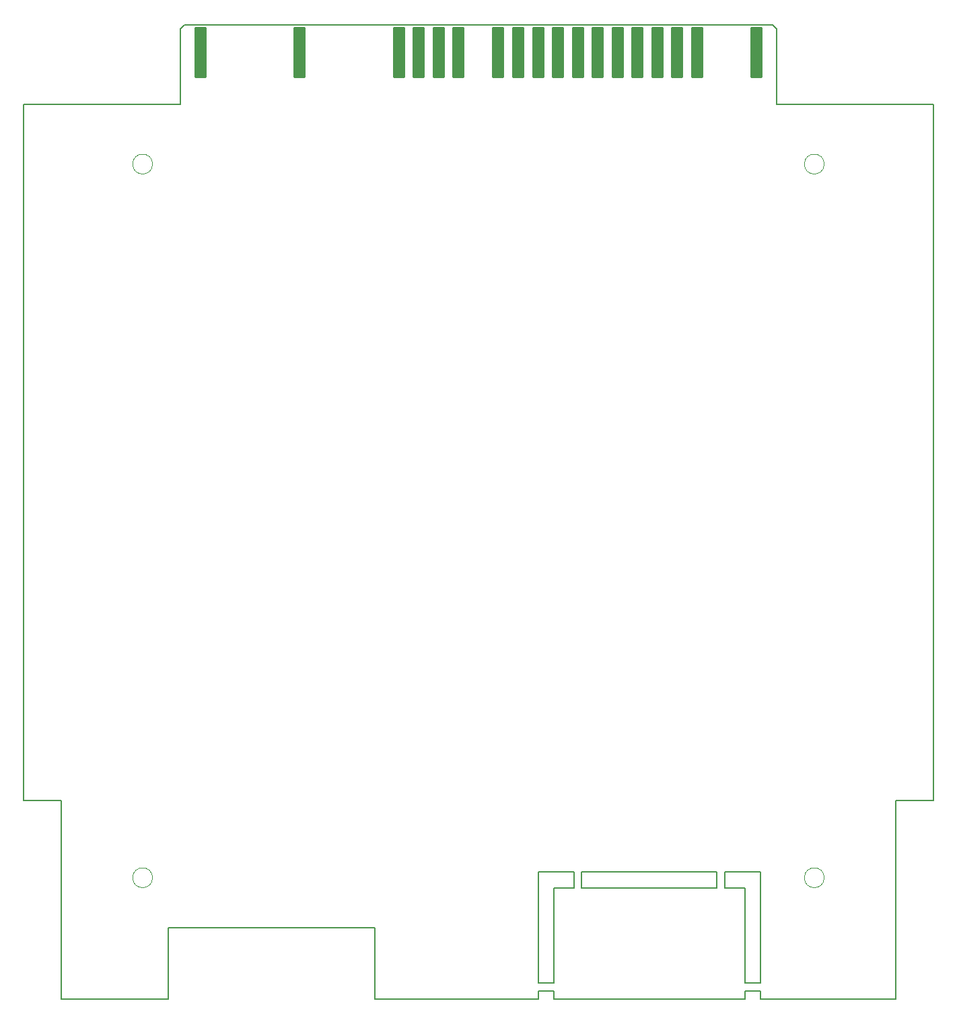
<source format=gbr>
%TF.GenerationSoftware,KiCad,Pcbnew,8.0.2*%
%TF.CreationDate,2024-05-12T21:20:15+02:00*%
%TF.ProjectId,M062.2,4d303632-2e32-42e6-9b69-6361645f7063,2*%
%TF.SameCoordinates,Original*%
%TF.FileFunction,Paste,Top*%
%TF.FilePolarity,Positive*%
%FSLAX46Y46*%
G04 Gerber Fmt 4.6, Leading zero omitted, Abs format (unit mm)*
G04 Created by KiCad (PCBNEW 8.0.2) date 2024-05-12 21:20:15*
%MOMM*%
%LPD*%
G01*
G04 APERTURE LIST*
G04 Aperture macros list*
%AMRoundRect*
0 Rectangle with rounded corners*
0 $1 Rounding radius*
0 $2 $3 $4 $5 $6 $7 $8 $9 X,Y pos of 4 corners*
0 Add a 4 corners polygon primitive as box body*
4,1,4,$2,$3,$4,$5,$6,$7,$8,$9,$2,$3,0*
0 Add four circle primitives for the rounded corners*
1,1,$1+$1,$2,$3*
1,1,$1+$1,$4,$5*
1,1,$1+$1,$6,$7*
1,1,$1+$1,$8,$9*
0 Add four rect primitives between the rounded corners*
20,1,$1+$1,$2,$3,$4,$5,0*
20,1,$1+$1,$4,$5,$6,$7,0*
20,1,$1+$1,$6,$7,$8,$9,0*
20,1,$1+$1,$8,$9,$2,$3,0*%
G04 Aperture macros list end*
%ADD10RoundRect,0.150000X-0.600000X-3.100000X0.600000X-3.100000X0.600000X3.100000X-0.600000X3.100000X0*%
%TA.AperFunction,Profile*%
%ADD11C,0.150000*%
%TD*%
%TA.AperFunction,Profile*%
%ADD12C,0.120000*%
%TD*%
G04 APERTURE END LIST*
D10*
%TO.C,X1*%
X186960000Y-44700000D03*
X179460000Y-44700000D03*
X176960000Y-44700000D03*
X174460000Y-44700000D03*
X171960000Y-44700000D03*
X169460000Y-44700000D03*
X166960000Y-44700000D03*
X164460000Y-44700000D03*
X161960000Y-44700000D03*
X159460000Y-44700000D03*
X156960000Y-44700000D03*
X154460000Y-44700000D03*
X149460000Y-44700000D03*
X146960000Y-44700000D03*
X144460000Y-44700000D03*
X141960000Y-44700000D03*
X129460000Y-44700000D03*
X116960000Y-44700000D03*
%TD*%
D11*
%TO.C,X1*%
X94710000Y-51200000D02*
X94710000Y-138700000D01*
X99460000Y-138700000D02*
X94710000Y-138700000D01*
X99460000Y-138700000D02*
X99460000Y-163700000D01*
X112960000Y-154700000D02*
X112960000Y-163700000D01*
X112960000Y-154700000D02*
X138960000Y-154700000D01*
X112960000Y-163700000D02*
X99460000Y-163700000D01*
X114460000Y-41700000D02*
X114960000Y-41200000D01*
X114460000Y-51200000D02*
X94710000Y-51200000D01*
X114460000Y-51200000D02*
X114460000Y-41700000D01*
X114960000Y-41200000D02*
X188960000Y-41200000D01*
X138960000Y-154700000D02*
X138960000Y-163700000D01*
X159460000Y-147700000D02*
X159460000Y-161700000D01*
X159460000Y-161700000D02*
X161460000Y-161700000D01*
X159460000Y-162700000D02*
X159460000Y-163700000D01*
X159460000Y-162700000D02*
X161460000Y-162700000D01*
X159460000Y-163700000D02*
X138960000Y-163700000D01*
X161460000Y-149700000D02*
X161460000Y-161700000D01*
X161460000Y-162700000D02*
X161460000Y-163700000D01*
X163960000Y-147700000D02*
X159460000Y-147700000D01*
X163960000Y-147700000D02*
X163960000Y-149700000D01*
X163960000Y-149700000D02*
X161460000Y-149700000D01*
X164960000Y-147700000D02*
X164960000Y-149700000D01*
X164960000Y-147700000D02*
X181960000Y-147700000D01*
X164960000Y-149700000D02*
X181960000Y-149700000D01*
X181960000Y-149700000D02*
X181960000Y-147700000D01*
X182960000Y-147700000D02*
X187460000Y-147700000D01*
X182960000Y-149700000D02*
X182960000Y-147700000D01*
X182960000Y-149700000D02*
X185460000Y-149700000D01*
X185460000Y-149700000D02*
X185460000Y-161700000D01*
X185460000Y-161700000D02*
X187460000Y-161700000D01*
X185460000Y-162700000D02*
X185460000Y-163700000D01*
X185460000Y-162700000D02*
X187460000Y-162700000D01*
X185460000Y-163700000D02*
X161460000Y-163700000D01*
X187460000Y-147700000D02*
X187460000Y-161700000D01*
X187460000Y-162700000D02*
X187460000Y-163700000D01*
X189460000Y-41700000D02*
X188960000Y-41200000D01*
X189460000Y-41700000D02*
X189460000Y-51200000D01*
X189460000Y-51200000D02*
X209210000Y-51200000D01*
X204460000Y-138700000D02*
X204460000Y-163700000D01*
X204460000Y-163700000D02*
X187460000Y-163700000D01*
X209210000Y-51200000D02*
X209210000Y-138700000D01*
X209210000Y-138700000D02*
X204460000Y-138700000D01*
D12*
X110960000Y-58700000D02*
G75*
G02*
X108460000Y-58700000I-1250000J0D01*
G01*
X108460000Y-58700000D02*
G75*
G02*
X110960000Y-58700000I1250000J0D01*
G01*
X110960000Y-148450000D02*
G75*
G02*
X108460000Y-148450000I-1250000J0D01*
G01*
X108460000Y-148450000D02*
G75*
G02*
X110960000Y-148450000I1250000J0D01*
G01*
X195460000Y-58700000D02*
G75*
G02*
X192960000Y-58700000I-1250000J0D01*
G01*
X192960000Y-58700000D02*
G75*
G02*
X195460000Y-58700000I1250000J0D01*
G01*
X195460000Y-148450000D02*
G75*
G02*
X192960000Y-148450000I-1250000J0D01*
G01*
X192960000Y-148450000D02*
G75*
G02*
X195460000Y-148450000I1250000J0D01*
G01*
%TD*%
M02*

</source>
